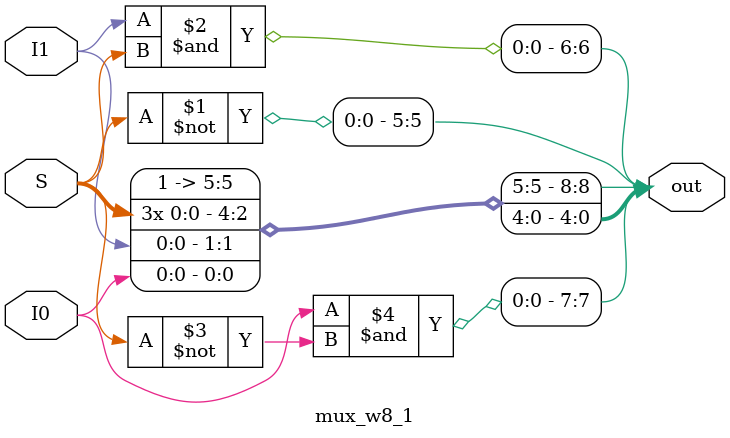
<source format=v>
module mux_w8_1(S,I0,I1,out);
	input S, I0, I1;
	output [8:0] out;
	assign out[0] = I0;
	assign out[1] = I1;
	assign out[2] = S;
	assign out[3] = S;
	assign out[4] = S;
	assign out[5] = ~S;
	assign out[6] = I1 & S;
	assign out[7] = I0 & (~S);
	assign out[8] = 1;
endmodule

</source>
